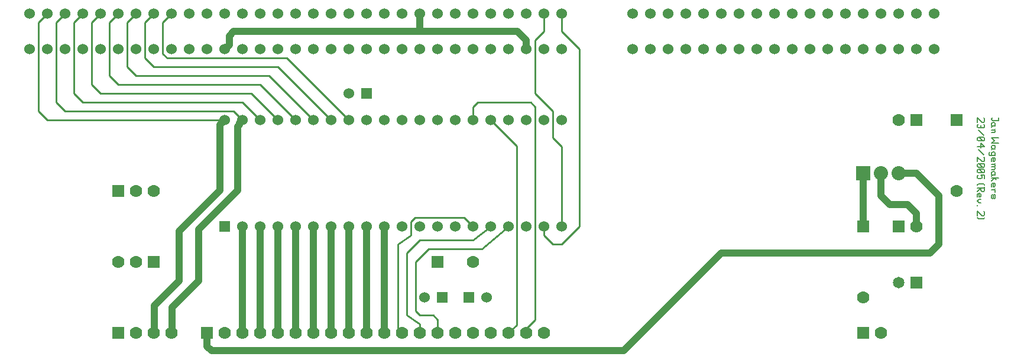
<source format=gbr>
G04 Title: PIC18f452-3COM3C509b-Ethernet, layergroup #2 *
G04 Creator: pcb-bin 20050127 *
G04 CreationDate: Sat Apr 23 10:34:42 2005 UTC *
G04 For: jan *
G04 Format: Gerber/RS-274X *
G04 PCB-Dimensions: 600000 220000 *
G04 PCB-Coordinate-Origin: lower left *
%MOIN*%
%FSLAX24Y24*%
G04 contains layers component (3) GND-comp (4) Vcc-comp (5) unused (7) *
%IPPOS*%
%ADD11C,0.0400*%
%ADD12C,0.0100*%
%ADD13C,0.0080*%
%ADD14R,0.0650X0.0650*%
%ADD15R,0.0710X0.0710*%
%ADD16C,0.0650*%
%ADD17C,0.0710*%
%ADD18R,0.0700X0.0700*%
%ADD19R,0.0760X0.0760*%
%ADD20C,0.0700*%
%ADD21C,0.0760*%
%ADD22C,0.0200*%
%ADD23R,0.0600X0.0600*%
%ADD24R,0.0660X0.0660*%
%ADD25C,0.0600*%
%ADD26C,0.0660*%
%ADD27R,0.0800X0.0800*%
%ADD28R,0.0860X0.0860*%
%ADD29C,0.0800*%
%ADD30C,0.0860*%
%ADD31C,0.1575*%
%ADD32C,0.0350*%
%LNGROUP_1*%
%LPD*%
G01X0Y0D02*
G54D11*X12540Y3440D02*Y2240D01*
X14040Y4940D02*X12540Y3440D01*
X14040Y7840D02*Y4940D01*
X16240Y10040D02*X14040Y7840D01*
X16240Y13640D02*Y10040D01*
X16340Y13740D02*X16240Y13640D01*
X16340Y13840D02*Y13740D01*
X16500Y14000D02*X16340Y13840D01*
X11540Y3540D02*Y2240D01*
X12940Y4940D02*X11540Y3540D01*
X12940Y7740D02*Y4940D01*
X15240Y10040D02*X12940Y7740D01*
X15240Y13740D02*Y10040D01*
X15500Y14000D02*X15240Y13740D01*
X16000Y19000D02*X32000D01*
X15750Y18750D02*X16000Y19000D01*
X15750Y18250D02*Y18750D01*
X15500Y18000D02*X15750Y18250D01*
X53000Y9250D02*X54000D01*
X52500Y9750D02*X53000Y9250D01*
X52500Y11000D02*Y9750D01*
X51500Y11000D02*Y8000D01*
G54D12*X27500Y2000D02*Y2170D01*
Y2000D02*X27579D01*
G54D11*X14500D02*Y1250D01*
X14750Y1000D01*
X38000D01*
X54000Y9250D02*X54500Y8750D01*
Y8000D01*
G54D12*X27500Y2000D02*Y2170D01*
G54D13*X31500Y20000D02*Y19765D01*
X30500Y20000D02*X30734D01*
G54D12*X12000Y19500D02*X12500Y20000D01*
X12000Y17750D02*Y19500D01*
X12250Y17500D02*X12000Y17750D01*
X19000Y17500D02*X12250D01*
X22500Y14000D02*X19000Y17500D01*
X11000Y19500D02*X11500Y20000D01*
X11000Y17500D02*Y19500D01*
X11500Y17000D02*X11000Y17500D01*
X18500Y17000D02*X11500D01*
X21500Y14000D02*X18500Y17000D01*
X10000Y19500D02*X10500Y20000D01*
X10000Y17000D02*Y19500D01*
X10500Y16500D02*X10000Y17000D01*
X18000Y16500D02*X10500D01*
X20500Y14000D02*X18000Y16500D01*
X9000Y19500D02*X9500Y20000D01*
X9000Y16500D02*Y19500D01*
X9500Y16000D02*X9000Y16500D01*
X17500Y16000D02*X9500D01*
X19500Y14000D02*X17500Y16000D01*
X7000Y19500D02*X7500Y20000D01*
X8500Y15500D02*X8000Y16000D01*
X17000Y15500D02*X8500D01*
X18500Y14000D02*X17000Y15500D01*
X8000Y19500D02*X8500Y20000D01*
X8000Y16000D02*Y19500D01*
X7000Y15500D02*Y19500D01*
X7500Y15000D02*X7000Y15500D01*
X16500Y15000D02*X7500D01*
X17500Y14000D02*X16500Y15000D01*
X6000Y19500D02*X6500Y20000D01*
X6000Y15000D02*Y19500D01*
X6500Y14500D02*X6000Y15000D01*
X16000Y14500D02*X6500D01*
X16500Y14000D02*X16000Y14500D01*
X5000D02*Y19500D01*
X5500Y14000D02*X5000Y14500D01*
X15500Y14000D02*X5500D01*
X5000Y19500D02*X5500Y20000D01*
G54D11*X54500Y11000D02*X53500D01*
X55750Y7000D02*Y9750D01*
G54D12*X34500Y19000D02*X35500Y18000D01*
X32500Y2250D02*Y2000D01*
X29750Y15000D02*X32750D01*
G54D11*X24500Y8000D02*Y2000D01*
X23500Y8000D02*Y2000D01*
X22500Y8000D02*Y2000D01*
X21500Y8000D02*Y2000D01*
X20500Y8000D02*Y2000D01*
X19500Y8000D02*Y2000D01*
X18500Y8000D02*Y2000D01*
X17500Y8000D02*Y2000D01*
X16500Y8000D02*Y2000D01*
G54D12*X33500Y1750D02*Y2000D01*
X27500Y2170D02*Y2250D01*
Y2420D02*Y2500D01*
X31500Y8000D02*Y7800D01*
X27500Y2500D02*Y2420D01*
G54D13*X33500Y14000D02*Y14200D01*
G54D12*X27500Y2170D02*Y2250D01*
Y2420D01*
X29500Y14000D02*Y14750D01*
X31950Y12550D02*X30500Y14000D01*
X31500Y2000D02*X31950Y2450D01*
X29500Y14750D02*X29750Y15000D01*
G54D13*X31500Y20000D02*Y19765D01*
G54D12*X31950Y2450D02*Y12550D01*
X27500Y2000D02*Y2170D01*
Y2750D02*Y2500D01*
X27250Y3000D02*X27500Y2750D01*
X26500Y3000D02*X27250D01*
X26250Y3250D02*X26500Y3000D01*
X27500Y2170D02*Y2250D01*
X25250D02*X25500Y2000D01*
X26250Y6000D02*Y3250D01*
X27000Y6750D02*X26250Y6000D01*
X30000Y6750D02*X27000D01*
X31500Y8000D02*X30000Y6750D01*
X29500Y7250D02*X26500D01*
X26219Y8500D02*X26000Y8280D01*
X25750Y6500D02*Y3000D01*
X26500Y2500D01*
X26000Y7500D02*X25250Y7000D01*
X27500Y2000D02*X27579D01*
X25250Y7000D02*Y2250D01*
X26500Y7250D02*X25750Y6500D01*
X26000Y8280D02*Y7500D01*
X29500Y8000D02*X29000Y8500D01*
X26219D01*
X26500Y2500D02*Y2000D01*
X30500Y8000D02*X29500Y7250D01*
X31500Y7800D02*Y8000D01*
X34500Y12500D02*Y8000D01*
X34000Y13000D02*X34500Y12500D01*
X34000Y14500D02*Y13000D01*
X33000Y15500D02*X34000Y14500D01*
X33000Y18500D02*Y15500D01*
X33500Y19000D02*X33000Y18500D01*
X33500Y20000D02*Y19000D01*
X11500Y2000D02*Y2250D01*
X33000Y14750D02*Y2750D01*
G54D13*X30500Y20000D02*X30734D01*
G54D12*X34500D02*Y19000D01*
G54D11*X32500Y18500D02*Y18000D01*
X32000Y19000D02*X32500Y18500D01*
X26500Y20000D02*Y19000D01*
X38000Y1000D02*X43500Y6500D01*
X55250D02*X55750Y7000D01*
G54D12*X34500D02*X34000D01*
X33500Y8000D02*Y7500D01*
G54D11*X55750Y9750D02*X54500Y11000D01*
G54D12*X35500Y18000D02*Y8000D01*
X33000Y2750D02*X32500Y2250D01*
G54D13*X33500Y14000D02*Y14200D01*
G54D12*X35500Y8000D02*X34500Y7000D01*
X34000D02*X33500Y7500D01*
G54D11*X43500Y6500D02*X55250D01*
G54D12*X32750Y15000D02*X33000Y14750D01*
G04 Text: Jan Wagemakers *
G54D13*X59140Y14140D02*Y13990D01*
X58790D02*X59140D01*
X58740Y14040D02*X58790Y13990D01*
X58740Y14090D02*Y14040D01*
X58790Y14140D02*X58740Y14090D01*
X58940Y13719D02*X58890Y13669D01*
X58940Y13819D02*Y13719D01*
X58890Y13869D02*X58940Y13819D01*
X58790Y13869D02*X58890D01*
X58790D02*X58740Y13819D01*
X58790Y13669D02*X58940D01*
X58790D02*X58740Y13619D01*
Y13819D02*Y13719D01*
X58790Y13669D01*
X58740Y13449D02*X58890D01*
X58940Y13399D01*
Y13349D01*
X58890Y13299D01*
X58740D02*X58890D01*
X58940Y13499D02*X58890Y13449D01*
X58740Y12999D02*X59140D01*
X58740D02*X58890Y12849D01*
X58740Y12699D01*
X59140D01*
X58940Y12429D02*X58890Y12379D01*
X58940Y12529D02*Y12429D01*
X58890Y12579D02*X58940Y12529D01*
X58790Y12579D02*X58890D01*
X58790D02*X58740Y12529D01*
X58790Y12379D02*X58940D01*
X58790D02*X58740Y12329D01*
Y12529D02*Y12429D01*
X58790Y12379D01*
X58940Y12059D02*X58890Y12009D01*
X58940Y12159D02*Y12059D01*
X58890Y12209D02*X58940Y12159D01*
X58790Y12209D02*X58890D01*
X58790D02*X58740Y12159D01*
Y12059D01*
X58790Y12009D01*
X58640Y12209D02*X58590Y12159D01*
Y12059D01*
X58640Y12009D01*
X58940D01*
X58740Y11839D02*Y11689D01*
X58790Y11889D02*X58740Y11839D01*
X58790Y11889D02*X58890D01*
X58940Y11839D01*
Y11739D01*
X58890Y11689D01*
X58840Y11889D02*Y11689D01*
X58890D01*
X58740Y11519D02*X58890D01*
X58940Y11469D01*
Y11419D01*
X58890Y11369D01*
X58740D02*X58890D01*
X58940Y11319D01*
Y11269D01*
X58890Y11219D01*
X58740D02*X58890D01*
X58940Y11569D02*X58890Y11519D01*
X58940Y10949D02*X58890Y10899D01*
X58940Y11049D02*Y10949D01*
X58890Y11099D02*X58940Y11049D01*
X58790Y11099D02*X58890D01*
X58790D02*X58740Y11049D01*
X58790Y10899D02*X58940D01*
X58790D02*X58740Y10849D01*
Y11049D02*Y10949D01*
X58790Y10899D01*
X58740Y10729D02*X59140D01*
X58890D02*X58740Y10579D01*
X58890Y10729D02*X58990Y10629D01*
X58740Y10409D02*Y10259D01*
X58790Y10459D02*X58740Y10409D01*
X58790Y10459D02*X58890D01*
X58940Y10409D01*
Y10309D01*
X58890Y10259D01*
X58840Y10459D02*Y10259D01*
X58890D01*
X58740Y10088D02*X58890D01*
X58940Y10038D01*
Y9938D01*
Y10138D02*X58890Y10088D01*
X58740Y9768D02*Y9618D01*
X58790Y9568D01*
X58840Y9618D02*X58790Y9568D01*
X58840Y9768D02*Y9618D01*
X58890Y9818D02*X58840Y9768D01*
X58890Y9818D02*X58940Y9768D01*
Y9618D01*
X58890Y9568D01*
X58790Y9818D02*X58740Y9768D01*
G04 Text: 23/04/2005 (Rev. 2) *
X58290Y14140D02*X58340Y14090D01*
Y13940D01*
X58290Y13890D01*
X58190D02*X58290D01*
X57940Y14140D02*X58190Y13890D01*
X57940Y14140D02*Y13890D01*
X58290Y13769D02*X58340Y13719D01*
Y13619D01*
X58290Y13569D01*
X57990D02*X58290D01*
X57940Y13619D02*X57990Y13569D01*
X57940Y13719D02*Y13619D01*
X57990Y13769D02*X57940Y13719D01*
X58140D02*Y13569D01*
X57990Y13449D02*X58290Y13149D01*
X57990Y13029D02*X57940Y12979D01*
X57990Y13029D02*X58290D01*
X58340Y12979D01*
Y12879D01*
X58290Y12829D01*
X57990D02*X58290D01*
X57940Y12879D02*X57990Y12829D01*
X57940Y12979D02*Y12879D01*
X58040Y13029D02*X58240Y12829D01*
X58140Y12709D02*X58340Y12509D01*
X58140Y12709D02*Y12459D01*
X57940Y12509D02*X58340D01*
X57990Y12339D02*X58290Y12039D01*
Y11919D02*X58340Y11869D01*
Y11719D01*
X58290Y11669D01*
X58190D02*X58290D01*
X57940Y11919D02*X58190Y11669D01*
X57940Y11919D02*Y11669D01*
X57990Y11549D02*X57940Y11499D01*
X57990Y11549D02*X58290D01*
X58340Y11499D01*
Y11399D01*
X58290Y11349D01*
X57990D02*X58290D01*
X57940Y11399D02*X57990Y11349D01*
X57940Y11499D02*Y11399D01*
X58040Y11549D02*X58240Y11349D01*
X57990Y11229D02*X57940Y11179D01*
X57990Y11229D02*X58290D01*
X58340Y11179D01*
Y11079D01*
X58290Y11029D01*
X57990D02*X58290D01*
X57940Y11079D02*X57990Y11029D01*
X57940Y11179D02*Y11079D01*
X58040Y11229D02*X58240Y11029D01*
X58340Y10909D02*Y10709D01*
X58140Y10909D02*X58340D01*
X58140D02*X58190Y10859D01*
Y10759D01*
X58140Y10709D01*
X57990D02*X58140D01*
X57940Y10759D02*X57990Y10709D01*
X57940Y10859D02*Y10759D01*
X57990Y10909D02*X57940Y10859D01*
X57990Y10409D02*X57940Y10359D01*
X58290Y10409D02*X58340Y10359D01*
X57990Y10409D02*X58290D01*
X58340Y10238D02*Y10038D01*
X58290Y9988D01*
X58190D02*X58290D01*
X58140Y10038D02*X58190Y9988D01*
X58140Y10188D02*Y10038D01*
X57940Y10188D02*X58340D01*
X58140D02*X57940Y9988D01*
Y9818D02*Y9668D01*
X57990Y9868D02*X57940Y9818D01*
X57990Y9868D02*X58090D01*
X58140Y9818D01*
Y9718D01*
X58090Y9668D01*
X58040Y9868D02*Y9668D01*
X58090D01*
X58040Y9548D02*X58140D01*
X58040D02*X57940Y9448D01*
X58040Y9348D01*
X58140D01*
X57940Y9228D02*Y9178D01*
X58290Y8878D02*X58340Y8828D01*
Y8678D01*
X58290Y8628D01*
X58190D02*X58290D01*
X57940Y8878D02*X58190Y8628D01*
X57940Y8878D02*Y8628D01*
X58340Y8508D02*X58290Y8458D01*
X57990D02*X58290D01*
X57940Y8508D02*X57990Y8458D01*
G54D14*X54490Y4840D03*
G54D16*X53490D03*
G54D18*X56750Y14000D03*
G54D20*Y10000D03*
G54D23*X23500Y15500D03*
G54D25*X22500D03*
G54D18*X9500Y10000D03*
G54D20*X10500D03*
X11500D03*
G54D23*X27750Y4000D03*
G54D25*X26750D03*
G54D23*X29250D03*
G54D25*X30250D03*
G54D18*X27500Y6000D03*
G54D20*X29500D03*
G54D18*X14500Y2000D03*
G54D20*X15500D03*
X16500D03*
X17500D03*
X18500D03*
X19500D03*
X20500D03*
X21500D03*
X22500D03*
X23500D03*
X24500D03*
X25500D03*
X26500D03*
X27500D03*
X28500D03*
X29500D03*
X30500D03*
X31500D03*
X32500D03*
X33500D03*
G54D18*X11500Y6000D03*
G54D20*X10500D03*
X9500D03*
G54D27*X51500Y11000D03*
G54D29*X52500D03*
X53500D03*
G54D18*Y8000D03*
G54D20*X54500D03*
G54D18*X51500Y2000D03*
G54D20*X52500D03*
G54D18*X54500Y14000D03*
G54D20*X53500D03*
G54D25*X4500Y18000D03*
X5500D03*
X6500D03*
X7500D03*
X8500D03*
X9500D03*
X10500D03*
X11500D03*
X12500D03*
X13500D03*
X14500D03*
X15500D03*
X16500D03*
X17500D03*
X18500D03*
X19500D03*
X20500D03*
X21500D03*
X22500D03*
X23500D03*
X24500D03*
X25500D03*
X26500D03*
X27500D03*
X28500D03*
X29500D03*
X30500D03*
X31500D03*
X32500D03*
X33500D03*
X34500D03*
X4500Y20000D03*
X5500D03*
X6500D03*
X7500D03*
X8500D03*
X9500D03*
X10500D03*
X11500D03*
X12500D03*
X13500D03*
X14500D03*
X15500D03*
X16500D03*
X17500D03*
X18500D03*
X19500D03*
X20500D03*
X21500D03*
X22500D03*
X23500D03*
X24500D03*
X25500D03*
X26500D03*
X27500D03*
X28500D03*
X29500D03*
X30500D03*
X31500D03*
X32500D03*
X33500D03*
X34500D03*
X38500Y18000D03*
X39500D03*
X40500D03*
X41500D03*
X42500D03*
X43500D03*
X44500D03*
X45500D03*
X46500D03*
X47500D03*
X48500D03*
X49500D03*
X50500D03*
X51500D03*
X52500D03*
X53500D03*
X54500D03*
X55500D03*
X38500Y20000D03*
X39500D03*
X40500D03*
X41500D03*
X42500D03*
X43500D03*
X44500D03*
X45500D03*
X46500D03*
X47500D03*
X48500D03*
X49500D03*
X50500D03*
X51500D03*
X52500D03*
X53500D03*
X54500D03*
X55500D03*
G54D18*X9500Y2000D03*
G54D20*X10500D03*
X11500D03*
X12500D03*
G54D23*X15500Y8000D03*
G54D25*X16500D03*
X17500D03*
X18500D03*
X19500D03*
X20500D03*
X21500D03*
X22500D03*
X23500D03*
X24500D03*
X25500D03*
X26500D03*
X27500D03*
X28500D03*
X29500D03*
X30500D03*
X31500D03*
X32500D03*
X33500D03*
X34500D03*
Y14000D03*
X33500D03*
X32500D03*
X31500D03*
X30500D03*
X29500D03*
X28500D03*
X27500D03*
X26500D03*
X25500D03*
X24500D03*
X23500D03*
X22500D03*
X21500D03*
X20500D03*
X19500D03*
X18500D03*
X17500D03*
X16500D03*
X15500D03*
G54D18*X51500Y8000D03*
G54D20*Y4000D03*
M02*

</source>
